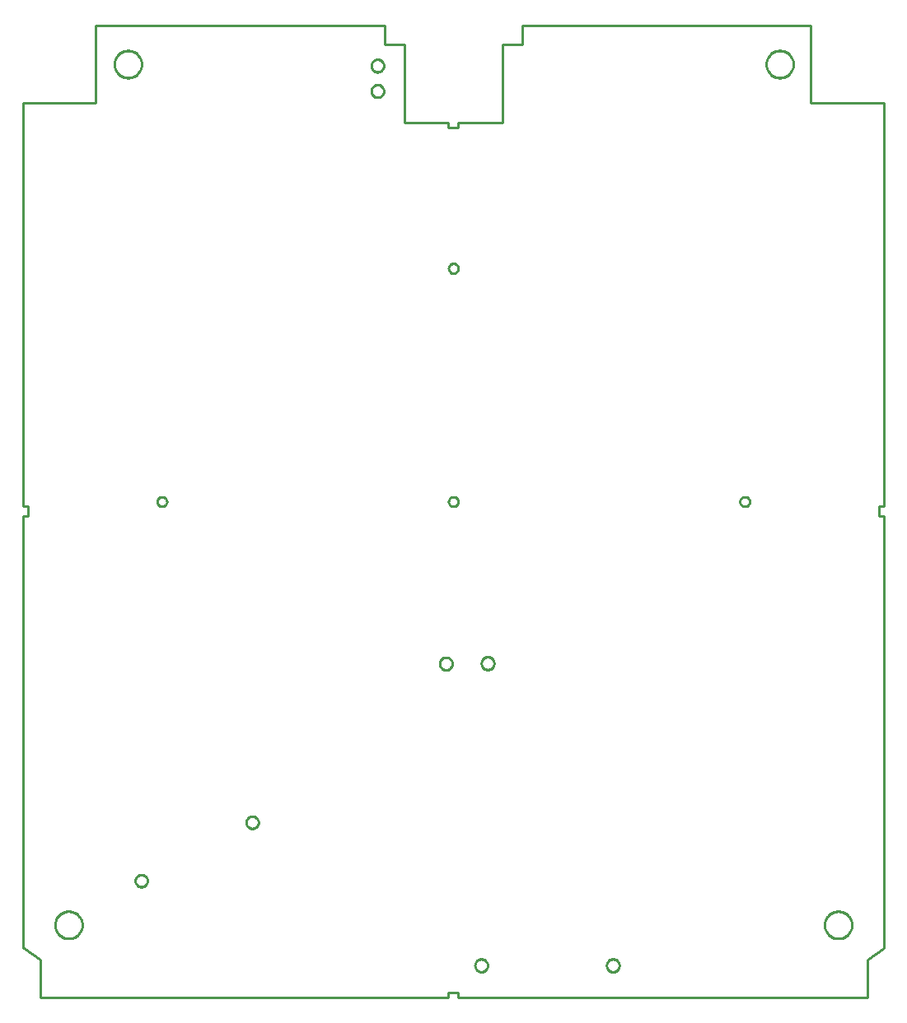
<source format=gbr>
G04 EAGLE Gerber X2 export*
%TF.Part,Single*%
%TF.FileFunction,Profile,NP*%
%TF.FilePolarity,Positive*%
%TF.GenerationSoftware,Autodesk,EAGLE,9.2.2*%
%TF.CreationDate,2019-03-12T13:45:35Z*%
G75*
%MOMM*%
%FSLAX34Y34*%
%LPD*%
%IN*%
%AMOC8*
5,1,8,0,0,1.08239X$1,22.5*%
G01*
%ADD10C,0.254000*%


D10*
X0Y50800D02*
X1100Y50800D01*
X18000Y38900D01*
X18000Y0D01*
X437500Y0D01*
X437500Y5000D01*
X447500Y5000D01*
X447500Y0D01*
X868000Y0D01*
X868000Y38900D01*
X885000Y50800D01*
X885000Y495000D01*
X880000Y495000D01*
X880000Y505000D01*
X884875Y505000D01*
X885000Y505100D01*
X885000Y920000D01*
X810000Y920000D01*
X810000Y1000000D01*
X513000Y1000000D01*
X513000Y980000D01*
X493000Y980000D01*
X493000Y900000D01*
X447500Y900000D01*
X447500Y895000D01*
X437500Y895000D01*
X437500Y900000D01*
X392000Y900000D01*
X392000Y980000D01*
X372000Y980000D01*
X372000Y1000000D01*
X75000Y1000000D01*
X75000Y920000D01*
X0Y920000D01*
X0Y505000D01*
X5000Y505000D01*
X5000Y495000D01*
X0Y495000D01*
X0Y50800D01*
X143281Y505000D02*
X143839Y505063D01*
X144386Y505188D01*
X144916Y505373D01*
X145422Y505617D01*
X145898Y505916D01*
X146337Y506266D01*
X146734Y506663D01*
X147084Y507102D01*
X147383Y507578D01*
X147627Y508084D01*
X147812Y508614D01*
X147937Y509161D01*
X148000Y509719D01*
X148000Y510281D01*
X147937Y510839D01*
X147812Y511386D01*
X147627Y511916D01*
X147383Y512422D01*
X147084Y512898D01*
X146734Y513337D01*
X146337Y513734D01*
X145898Y514084D01*
X145422Y514383D01*
X144916Y514627D01*
X144386Y514812D01*
X143839Y514937D01*
X143281Y515000D01*
X142719Y515000D01*
X142161Y514937D01*
X141614Y514812D01*
X141084Y514627D01*
X140578Y514383D01*
X140102Y514084D01*
X139663Y513734D01*
X139266Y513337D01*
X138916Y512898D01*
X138617Y512422D01*
X138373Y511916D01*
X138188Y511386D01*
X138063Y510839D01*
X138000Y510281D01*
X138000Y509719D01*
X138063Y509161D01*
X138188Y508614D01*
X138373Y508084D01*
X138617Y507578D01*
X138916Y507102D01*
X139266Y506663D01*
X139663Y506266D01*
X140102Y505916D01*
X140578Y505617D01*
X141084Y505373D01*
X141614Y505188D01*
X142161Y505063D01*
X142719Y505000D01*
X143281Y505000D01*
X742283Y504996D02*
X742841Y505059D01*
X743388Y505184D01*
X743918Y505370D01*
X744424Y505613D01*
X744900Y505912D01*
X745339Y506262D01*
X745736Y506660D01*
X746086Y507099D01*
X746385Y507574D01*
X746629Y508080D01*
X746814Y508610D01*
X746939Y509158D01*
X747002Y509716D01*
X747002Y510277D01*
X746939Y510835D01*
X746814Y511383D01*
X746629Y511913D01*
X746385Y512419D01*
X746086Y512894D01*
X745736Y513333D01*
X745339Y513731D01*
X744900Y514081D01*
X744424Y514379D01*
X743918Y514623D01*
X743388Y514809D01*
X742841Y514934D01*
X742283Y514996D01*
X741721Y514996D01*
X741163Y514934D01*
X740615Y514809D01*
X740085Y514623D01*
X739579Y514379D01*
X739104Y514081D01*
X738665Y513731D01*
X738268Y513333D01*
X737918Y512894D01*
X737619Y512419D01*
X737375Y511913D01*
X737190Y511383D01*
X737065Y510835D01*
X737002Y510277D01*
X737002Y509716D01*
X737065Y509158D01*
X737190Y508610D01*
X737375Y508080D01*
X737619Y507574D01*
X737918Y507099D01*
X738268Y506660D01*
X738665Y506262D01*
X739104Y505912D01*
X739579Y505613D01*
X740085Y505370D01*
X740615Y505184D01*
X741163Y505059D01*
X741721Y504996D01*
X742283Y504996D01*
X128050Y119649D02*
X127971Y118951D01*
X127815Y118267D01*
X127583Y117604D01*
X127279Y116972D01*
X126905Y116378D01*
X126468Y115829D01*
X125971Y115332D01*
X125422Y114895D01*
X124828Y114521D01*
X124196Y114217D01*
X123533Y113985D01*
X122849Y113829D01*
X122151Y113750D01*
X121449Y113750D01*
X120751Y113829D01*
X120067Y113985D01*
X119404Y114217D01*
X118772Y114521D01*
X118178Y114895D01*
X117629Y115332D01*
X117132Y115829D01*
X116695Y116378D01*
X116321Y116972D01*
X116017Y117604D01*
X115785Y118267D01*
X115629Y118951D01*
X115550Y119649D01*
X115550Y120351D01*
X115629Y121049D01*
X115785Y121733D01*
X116017Y122396D01*
X116321Y123028D01*
X116695Y123622D01*
X117132Y124171D01*
X117629Y124668D01*
X118178Y125105D01*
X118772Y125479D01*
X119404Y125783D01*
X120067Y126015D01*
X120751Y126171D01*
X121449Y126250D01*
X122151Y126250D01*
X122849Y126171D01*
X123533Y126015D01*
X124196Y125783D01*
X124828Y125479D01*
X125422Y125105D01*
X125971Y124668D01*
X126468Y124171D01*
X126905Y123622D01*
X127279Y123028D01*
X127583Y122396D01*
X127815Y121733D01*
X127971Y121049D01*
X128050Y120351D01*
X128050Y119649D01*
X242050Y179649D02*
X241971Y178951D01*
X241815Y178267D01*
X241583Y177604D01*
X241279Y176972D01*
X240905Y176378D01*
X240468Y175829D01*
X239971Y175332D01*
X239422Y174895D01*
X238828Y174521D01*
X238196Y174217D01*
X237533Y173985D01*
X236849Y173829D01*
X236151Y173750D01*
X235449Y173750D01*
X234751Y173829D01*
X234067Y173985D01*
X233404Y174217D01*
X232772Y174521D01*
X232178Y174895D01*
X231629Y175332D01*
X231132Y175829D01*
X230695Y176378D01*
X230321Y176972D01*
X230017Y177604D01*
X229785Y178267D01*
X229629Y178951D01*
X229550Y179649D01*
X229550Y180351D01*
X229629Y181049D01*
X229785Y181733D01*
X230017Y182396D01*
X230321Y183028D01*
X230695Y183622D01*
X231132Y184171D01*
X231629Y184668D01*
X232178Y185105D01*
X232772Y185479D01*
X233404Y185783D01*
X234067Y186015D01*
X234751Y186171D01*
X235449Y186250D01*
X236151Y186250D01*
X236849Y186171D01*
X237533Y186015D01*
X238196Y185783D01*
X238828Y185479D01*
X239422Y185105D01*
X239971Y184668D01*
X240468Y184171D01*
X240905Y183622D01*
X241279Y183028D01*
X241583Y182396D01*
X241815Y181733D01*
X241971Y181049D01*
X242050Y180351D01*
X242050Y179649D01*
X122000Y959500D02*
X121929Y958503D01*
X121786Y957513D01*
X121574Y956536D01*
X121292Y955576D01*
X120943Y954639D01*
X120527Y953729D01*
X120048Y952852D01*
X119507Y952010D01*
X118908Y951210D01*
X118253Y950454D01*
X117546Y949747D01*
X116790Y949092D01*
X115990Y948493D01*
X115148Y947952D01*
X114271Y947473D01*
X113361Y947057D01*
X112424Y946708D01*
X111465Y946426D01*
X110487Y946214D01*
X109498Y946071D01*
X108500Y946000D01*
X107500Y946000D01*
X106503Y946071D01*
X105513Y946214D01*
X104536Y946426D01*
X103576Y946708D01*
X102639Y947057D01*
X101729Y947473D01*
X100852Y947952D01*
X100010Y948493D01*
X99210Y949092D01*
X98454Y949747D01*
X97747Y950454D01*
X97092Y951210D01*
X96493Y952010D01*
X95952Y952852D01*
X95473Y953729D01*
X95057Y954639D01*
X94708Y955576D01*
X94426Y956536D01*
X94214Y957513D01*
X94071Y958503D01*
X94000Y959500D01*
X94000Y960500D01*
X94071Y961498D01*
X94214Y962487D01*
X94426Y963465D01*
X94708Y964424D01*
X95057Y965361D01*
X95473Y966271D01*
X95952Y967148D01*
X96493Y967990D01*
X97092Y968790D01*
X97747Y969546D01*
X98454Y970253D01*
X99210Y970908D01*
X100010Y971507D01*
X100852Y972048D01*
X101729Y972527D01*
X102639Y972943D01*
X103576Y973292D01*
X104536Y973574D01*
X105513Y973786D01*
X106503Y973929D01*
X107500Y974000D01*
X108500Y974000D01*
X109498Y973929D01*
X110487Y973786D01*
X111465Y973574D01*
X112424Y973292D01*
X113361Y972943D01*
X114271Y972527D01*
X115148Y972048D01*
X115990Y971507D01*
X116790Y970908D01*
X117546Y970253D01*
X118253Y969546D01*
X118908Y968790D01*
X119507Y967990D01*
X120048Y967148D01*
X120527Y966271D01*
X120943Y965361D01*
X121292Y964424D01*
X121574Y963465D01*
X121786Y962487D01*
X121929Y961498D01*
X122000Y960500D01*
X122000Y959500D01*
X792000Y959500D02*
X791929Y958503D01*
X791786Y957513D01*
X791574Y956536D01*
X791292Y955576D01*
X790943Y954639D01*
X790527Y953729D01*
X790048Y952852D01*
X789507Y952010D01*
X788908Y951210D01*
X788253Y950454D01*
X787546Y949747D01*
X786790Y949092D01*
X785990Y948493D01*
X785148Y947952D01*
X784271Y947473D01*
X783361Y947057D01*
X782424Y946708D01*
X781465Y946426D01*
X780487Y946214D01*
X779498Y946071D01*
X778500Y946000D01*
X777500Y946000D01*
X776503Y946071D01*
X775513Y946214D01*
X774536Y946426D01*
X773576Y946708D01*
X772639Y947057D01*
X771729Y947473D01*
X770852Y947952D01*
X770010Y948493D01*
X769210Y949092D01*
X768454Y949747D01*
X767747Y950454D01*
X767092Y951210D01*
X766493Y952010D01*
X765952Y952852D01*
X765473Y953729D01*
X765057Y954639D01*
X764708Y955576D01*
X764426Y956536D01*
X764214Y957513D01*
X764071Y958503D01*
X764000Y959500D01*
X764000Y960500D01*
X764071Y961498D01*
X764214Y962487D01*
X764426Y963465D01*
X764708Y964424D01*
X765057Y965361D01*
X765473Y966271D01*
X765952Y967148D01*
X766493Y967990D01*
X767092Y968790D01*
X767747Y969546D01*
X768454Y970253D01*
X769210Y970908D01*
X770010Y971507D01*
X770852Y972048D01*
X771729Y972527D01*
X772639Y972943D01*
X773576Y973292D01*
X774536Y973574D01*
X775513Y973786D01*
X776503Y973929D01*
X777500Y974000D01*
X778500Y974000D01*
X779498Y973929D01*
X780487Y973786D01*
X781465Y973574D01*
X782424Y973292D01*
X783361Y972943D01*
X784271Y972527D01*
X785148Y972048D01*
X785990Y971507D01*
X786790Y970908D01*
X787546Y970253D01*
X788253Y969546D01*
X788908Y968790D01*
X789507Y967990D01*
X790048Y967148D01*
X790527Y966271D01*
X790943Y965361D01*
X791292Y964424D01*
X791574Y963465D01*
X791786Y962487D01*
X791929Y961498D01*
X792000Y960500D01*
X792000Y959500D01*
X61000Y74000D02*
X60929Y73003D01*
X60786Y72013D01*
X60574Y71036D01*
X60292Y70076D01*
X59943Y69139D01*
X59527Y68229D01*
X59048Y67352D01*
X58507Y66510D01*
X57908Y65710D01*
X57253Y64954D01*
X56546Y64247D01*
X55790Y63592D01*
X54990Y62993D01*
X54148Y62452D01*
X53271Y61973D01*
X52361Y61557D01*
X51424Y61208D01*
X50465Y60926D01*
X49487Y60714D01*
X48498Y60571D01*
X47500Y60500D01*
X46500Y60500D01*
X45503Y60571D01*
X44513Y60714D01*
X43536Y60926D01*
X42576Y61208D01*
X41639Y61557D01*
X40729Y61973D01*
X39852Y62452D01*
X39010Y62993D01*
X38210Y63592D01*
X37454Y64247D01*
X36747Y64954D01*
X36092Y65710D01*
X35493Y66510D01*
X34952Y67352D01*
X34473Y68229D01*
X34057Y69139D01*
X33708Y70076D01*
X33426Y71036D01*
X33214Y72013D01*
X33071Y73003D01*
X33000Y74000D01*
X33000Y75000D01*
X33071Y75998D01*
X33214Y76987D01*
X33426Y77965D01*
X33708Y78924D01*
X34057Y79861D01*
X34473Y80771D01*
X34952Y81648D01*
X35493Y82490D01*
X36092Y83290D01*
X36747Y84046D01*
X37454Y84753D01*
X38210Y85408D01*
X39010Y86007D01*
X39852Y86548D01*
X40729Y87027D01*
X41639Y87443D01*
X42576Y87792D01*
X43536Y88074D01*
X44513Y88286D01*
X45503Y88429D01*
X46500Y88500D01*
X47500Y88500D01*
X48498Y88429D01*
X49487Y88286D01*
X50465Y88074D01*
X51424Y87792D01*
X52361Y87443D01*
X53271Y87027D01*
X54148Y86548D01*
X54990Y86007D01*
X55790Y85408D01*
X56546Y84753D01*
X57253Y84046D01*
X57908Y83290D01*
X58507Y82490D01*
X59048Y81648D01*
X59527Y80771D01*
X59943Y79861D01*
X60292Y78924D01*
X60574Y77965D01*
X60786Y76987D01*
X60929Y75998D01*
X61000Y75000D01*
X61000Y74000D01*
X852000Y74000D02*
X851929Y73003D01*
X851786Y72013D01*
X851574Y71036D01*
X851292Y70076D01*
X850943Y69139D01*
X850527Y68229D01*
X850048Y67352D01*
X849507Y66510D01*
X848908Y65710D01*
X848253Y64954D01*
X847546Y64247D01*
X846790Y63592D01*
X845990Y62993D01*
X845148Y62452D01*
X844271Y61973D01*
X843361Y61557D01*
X842424Y61208D01*
X841465Y60926D01*
X840487Y60714D01*
X839498Y60571D01*
X838500Y60500D01*
X837500Y60500D01*
X836503Y60571D01*
X835513Y60714D01*
X834536Y60926D01*
X833576Y61208D01*
X832639Y61557D01*
X831729Y61973D01*
X830852Y62452D01*
X830010Y62993D01*
X829210Y63592D01*
X828454Y64247D01*
X827747Y64954D01*
X827092Y65710D01*
X826493Y66510D01*
X825952Y67352D01*
X825473Y68229D01*
X825057Y69139D01*
X824708Y70076D01*
X824426Y71036D01*
X824214Y72013D01*
X824071Y73003D01*
X824000Y74000D01*
X824000Y75000D01*
X824071Y75998D01*
X824214Y76987D01*
X824426Y77965D01*
X824708Y78924D01*
X825057Y79861D01*
X825473Y80771D01*
X825952Y81648D01*
X826493Y82490D01*
X827092Y83290D01*
X827747Y84046D01*
X828454Y84753D01*
X829210Y85408D01*
X830010Y86007D01*
X830852Y86548D01*
X831729Y87027D01*
X832639Y87443D01*
X833576Y87792D01*
X834536Y88074D01*
X835513Y88286D01*
X836503Y88429D01*
X837500Y88500D01*
X838500Y88500D01*
X839498Y88429D01*
X840487Y88286D01*
X841465Y88074D01*
X842424Y87792D01*
X843361Y87443D01*
X844271Y87027D01*
X845148Y86548D01*
X845990Y86007D01*
X846790Y85408D01*
X847546Y84753D01*
X848253Y84046D01*
X848908Y83290D01*
X849507Y82490D01*
X850048Y81648D01*
X850527Y80771D01*
X850943Y79861D01*
X851292Y78924D01*
X851574Y77965D01*
X851786Y76987D01*
X851929Y75998D01*
X852000Y75000D01*
X852000Y74000D01*
X371020Y958112D02*
X370957Y957476D01*
X370833Y956850D01*
X370647Y956239D01*
X370403Y955649D01*
X370102Y955086D01*
X369747Y954555D01*
X369342Y954061D01*
X368890Y953609D01*
X368397Y953204D01*
X367866Y952849D01*
X367302Y952548D01*
X366712Y952304D01*
X366101Y952119D01*
X365475Y951994D01*
X364839Y951931D01*
X364201Y951931D01*
X363565Y951994D01*
X362939Y952119D01*
X362327Y952304D01*
X361737Y952548D01*
X361174Y952849D01*
X360643Y953204D01*
X360149Y953609D01*
X359698Y954061D01*
X359293Y954555D01*
X358938Y955086D01*
X358637Y955649D01*
X358392Y956239D01*
X358207Y956850D01*
X358082Y957476D01*
X358020Y958112D01*
X358020Y958751D01*
X358082Y959386D01*
X358207Y960013D01*
X358392Y960624D01*
X358637Y961214D01*
X358938Y961777D01*
X359293Y962308D01*
X359698Y962802D01*
X360149Y963253D01*
X360643Y963658D01*
X361174Y964013D01*
X361737Y964314D01*
X362327Y964559D01*
X362939Y964744D01*
X363565Y964869D01*
X364201Y964931D01*
X364839Y964931D01*
X365475Y964869D01*
X366101Y964744D01*
X366712Y964559D01*
X367302Y964314D01*
X367866Y964013D01*
X368397Y963658D01*
X368890Y963253D01*
X369342Y962802D01*
X369747Y962308D01*
X370102Y961777D01*
X370403Y961214D01*
X370647Y960624D01*
X370833Y960013D01*
X370957Y959386D01*
X371020Y958751D01*
X371020Y958112D01*
X371020Y932040D02*
X370957Y931404D01*
X370833Y930778D01*
X370647Y930167D01*
X370403Y929577D01*
X370102Y929013D01*
X369747Y928482D01*
X369342Y927989D01*
X368890Y927537D01*
X368397Y927132D01*
X367866Y926777D01*
X367302Y926476D01*
X366712Y926232D01*
X366101Y926046D01*
X365475Y925922D01*
X364839Y925859D01*
X364201Y925859D01*
X363565Y925922D01*
X362939Y926046D01*
X362327Y926232D01*
X361737Y926476D01*
X361174Y926777D01*
X360643Y927132D01*
X360149Y927537D01*
X359698Y927989D01*
X359293Y928482D01*
X358938Y929013D01*
X358637Y929577D01*
X358392Y930167D01*
X358207Y930778D01*
X358082Y931404D01*
X358020Y932040D01*
X358020Y932678D01*
X358082Y933314D01*
X358207Y933940D01*
X358392Y934552D01*
X358637Y935142D01*
X358938Y935705D01*
X359293Y936236D01*
X359698Y936730D01*
X360149Y937181D01*
X360643Y937586D01*
X361174Y937941D01*
X361737Y938242D01*
X362327Y938487D01*
X362939Y938672D01*
X363565Y938797D01*
X364201Y938859D01*
X364839Y938859D01*
X365475Y938797D01*
X366101Y938672D01*
X366712Y938487D01*
X367302Y938242D01*
X367866Y937941D01*
X368397Y937586D01*
X368890Y937181D01*
X369342Y936730D01*
X369747Y936236D01*
X370102Y935705D01*
X370403Y935142D01*
X370647Y934552D01*
X370833Y933940D01*
X370957Y933314D01*
X371020Y932678D01*
X371020Y932040D01*
X612969Y32535D02*
X612906Y31900D01*
X612782Y31273D01*
X612596Y30662D01*
X612352Y30072D01*
X612051Y29509D01*
X611696Y28978D01*
X611291Y28484D01*
X610839Y28032D01*
X610346Y27627D01*
X609815Y27272D01*
X609251Y26971D01*
X608661Y26727D01*
X608050Y26542D01*
X607424Y26417D01*
X606788Y26354D01*
X606150Y26354D01*
X605514Y26417D01*
X604888Y26542D01*
X604277Y26727D01*
X603687Y26971D01*
X603123Y27272D01*
X602592Y27627D01*
X602099Y28032D01*
X601647Y28484D01*
X601242Y28978D01*
X600887Y29509D01*
X600586Y30072D01*
X600342Y30662D01*
X600156Y31273D01*
X600032Y31900D01*
X599969Y32535D01*
X599969Y33174D01*
X600032Y33809D01*
X600156Y34436D01*
X600342Y35047D01*
X600586Y35637D01*
X600887Y36200D01*
X601242Y36731D01*
X601647Y37225D01*
X602099Y37676D01*
X602592Y38082D01*
X603123Y38436D01*
X603687Y38737D01*
X604277Y38982D01*
X604888Y39167D01*
X605514Y39292D01*
X606150Y39354D01*
X606788Y39354D01*
X607424Y39292D01*
X608050Y39167D01*
X608661Y38982D01*
X609251Y38737D01*
X609815Y38436D01*
X610346Y38082D01*
X610839Y37676D01*
X611291Y37225D01*
X611696Y36731D01*
X612051Y36200D01*
X612352Y35637D01*
X612596Y35047D01*
X612782Y34436D01*
X612906Y33809D01*
X612969Y33174D01*
X612969Y32535D01*
X477584Y32535D02*
X477521Y31900D01*
X477397Y31273D01*
X477211Y30662D01*
X476967Y30072D01*
X476666Y29509D01*
X476311Y28978D01*
X475906Y28484D01*
X475454Y28032D01*
X474961Y27627D01*
X474430Y27272D01*
X473866Y26971D01*
X473276Y26727D01*
X472665Y26542D01*
X472039Y26417D01*
X471403Y26354D01*
X470765Y26354D01*
X470129Y26417D01*
X469503Y26542D01*
X468892Y26727D01*
X468302Y26971D01*
X467738Y27272D01*
X467207Y27627D01*
X466714Y28032D01*
X466262Y28484D01*
X465857Y28978D01*
X465502Y29509D01*
X465201Y30072D01*
X464957Y30662D01*
X464771Y31273D01*
X464647Y31900D01*
X464584Y32535D01*
X464584Y33174D01*
X464647Y33809D01*
X464771Y34436D01*
X464957Y35047D01*
X465201Y35637D01*
X465502Y36200D01*
X465857Y36731D01*
X466262Y37225D01*
X466714Y37676D01*
X467207Y38082D01*
X467738Y38436D01*
X468302Y38737D01*
X468892Y38982D01*
X469503Y39167D01*
X470129Y39292D01*
X470765Y39354D01*
X471403Y39354D01*
X472039Y39292D01*
X472665Y39167D01*
X473276Y38982D01*
X473866Y38737D01*
X474430Y38436D01*
X474961Y38082D01*
X475454Y37676D01*
X475906Y37225D01*
X476311Y36731D01*
X476666Y36200D01*
X476967Y35637D01*
X477211Y35047D01*
X477397Y34436D01*
X477521Y33809D01*
X477584Y33174D01*
X477584Y32535D01*
X437500Y510281D02*
X437563Y510839D01*
X437688Y511386D01*
X437873Y511916D01*
X438117Y512422D01*
X438416Y512898D01*
X438766Y513337D01*
X439163Y513734D01*
X439602Y514084D01*
X440078Y514383D01*
X440584Y514627D01*
X441114Y514812D01*
X441661Y514937D01*
X442219Y515000D01*
X442781Y515000D01*
X443339Y514937D01*
X443886Y514812D01*
X444416Y514627D01*
X444922Y514383D01*
X445398Y514084D01*
X445837Y513734D01*
X446234Y513337D01*
X446584Y512898D01*
X446883Y512422D01*
X447127Y511916D01*
X447312Y511386D01*
X447437Y510839D01*
X447500Y510281D01*
X447500Y509719D01*
X447437Y509161D01*
X447312Y508614D01*
X447127Y508084D01*
X446883Y507578D01*
X446584Y507102D01*
X446234Y506663D01*
X445837Y506266D01*
X445398Y505916D01*
X444922Y505617D01*
X444416Y505373D01*
X443886Y505188D01*
X443339Y505063D01*
X442781Y505000D01*
X442219Y505000D01*
X441661Y505063D01*
X441114Y505188D01*
X440584Y505373D01*
X440078Y505617D01*
X439602Y505916D01*
X439163Y506266D01*
X438766Y506663D01*
X438416Y507102D01*
X438117Y507578D01*
X437873Y508084D01*
X437688Y508614D01*
X437563Y509161D01*
X437500Y509719D01*
X437500Y510281D01*
X484280Y343382D02*
X484218Y342746D01*
X484093Y342120D01*
X483908Y341509D01*
X483663Y340919D01*
X483362Y340355D01*
X483007Y339824D01*
X482602Y339331D01*
X482151Y338879D01*
X481657Y338474D01*
X481126Y338119D01*
X480563Y337818D01*
X479973Y337574D01*
X479361Y337388D01*
X478735Y337264D01*
X478099Y337201D01*
X477461Y337201D01*
X476825Y337264D01*
X476199Y337388D01*
X475588Y337574D01*
X474998Y337818D01*
X474434Y338119D01*
X473903Y338474D01*
X473410Y338879D01*
X472958Y339331D01*
X472553Y339824D01*
X472198Y340355D01*
X471897Y340919D01*
X471653Y341509D01*
X471467Y342120D01*
X471343Y342746D01*
X471280Y343382D01*
X471280Y344020D01*
X471343Y344656D01*
X471467Y345282D01*
X471653Y345894D01*
X471897Y346484D01*
X472198Y347047D01*
X472553Y347578D01*
X472958Y348072D01*
X473410Y348523D01*
X473903Y348928D01*
X474434Y349283D01*
X474998Y349584D01*
X475588Y349829D01*
X476199Y350014D01*
X476825Y350139D01*
X477461Y350201D01*
X478099Y350201D01*
X478735Y350139D01*
X479361Y350014D01*
X479973Y349829D01*
X480563Y349584D01*
X481126Y349283D01*
X481657Y348928D01*
X482151Y348523D01*
X482602Y348072D01*
X483007Y347578D01*
X483362Y347047D01*
X483663Y346484D01*
X483908Y345894D01*
X484093Y345282D01*
X484218Y344656D01*
X484280Y344020D01*
X484280Y343382D01*
X441355Y343051D02*
X441292Y342415D01*
X441168Y341789D01*
X440982Y341178D01*
X440738Y340588D01*
X440437Y340025D01*
X440082Y339494D01*
X439677Y339000D01*
X439225Y338548D01*
X438732Y338143D01*
X438201Y337788D01*
X437637Y337487D01*
X437047Y337243D01*
X436436Y337057D01*
X435810Y336933D01*
X435174Y336870D01*
X434536Y336870D01*
X433900Y336933D01*
X433274Y337057D01*
X432663Y337243D01*
X432073Y337487D01*
X431509Y337788D01*
X430978Y338143D01*
X430485Y338548D01*
X430033Y339000D01*
X429628Y339494D01*
X429273Y340025D01*
X428972Y340588D01*
X428728Y341178D01*
X428542Y341789D01*
X428418Y342415D01*
X428355Y343051D01*
X428355Y343690D01*
X428418Y344325D01*
X428542Y344952D01*
X428728Y345563D01*
X428972Y346153D01*
X429273Y346716D01*
X429628Y347247D01*
X430033Y347741D01*
X430485Y348192D01*
X430978Y348597D01*
X431509Y348952D01*
X432073Y349253D01*
X432663Y349498D01*
X433274Y349683D01*
X433900Y349808D01*
X434536Y349870D01*
X435174Y349870D01*
X435810Y349808D01*
X436436Y349683D01*
X437047Y349498D01*
X437637Y349253D01*
X438201Y348952D01*
X438732Y348597D01*
X439225Y348192D01*
X439677Y347741D01*
X440082Y347247D01*
X440437Y346716D01*
X440738Y346153D01*
X440982Y345563D01*
X441168Y344952D01*
X441292Y344325D01*
X441355Y343690D01*
X441355Y343051D01*
X447500Y749719D02*
X447437Y749161D01*
X447312Y748614D01*
X447127Y748084D01*
X446883Y747578D01*
X446584Y747102D01*
X446234Y746663D01*
X445837Y746266D01*
X445398Y745916D01*
X444922Y745617D01*
X444416Y745373D01*
X443886Y745188D01*
X443339Y745063D01*
X442781Y745000D01*
X442219Y745000D01*
X441661Y745063D01*
X441114Y745188D01*
X440584Y745373D01*
X440078Y745617D01*
X439602Y745916D01*
X439163Y746266D01*
X438766Y746663D01*
X438416Y747102D01*
X438117Y747578D01*
X437873Y748084D01*
X437688Y748614D01*
X437563Y749161D01*
X437500Y749719D01*
X437500Y750281D01*
X437563Y750839D01*
X437688Y751386D01*
X437873Y751916D01*
X438117Y752422D01*
X438416Y752898D01*
X438766Y753337D01*
X439163Y753734D01*
X439602Y754084D01*
X440078Y754383D01*
X440584Y754627D01*
X441114Y754812D01*
X441661Y754937D01*
X442219Y755000D01*
X442781Y755000D01*
X443339Y754937D01*
X443886Y754812D01*
X444416Y754627D01*
X444922Y754383D01*
X445398Y754084D01*
X445837Y753734D01*
X446234Y753337D01*
X446584Y752898D01*
X446883Y752422D01*
X447127Y751916D01*
X447312Y751386D01*
X447437Y750839D01*
X447500Y750281D01*
X447500Y749719D01*
M02*

</source>
